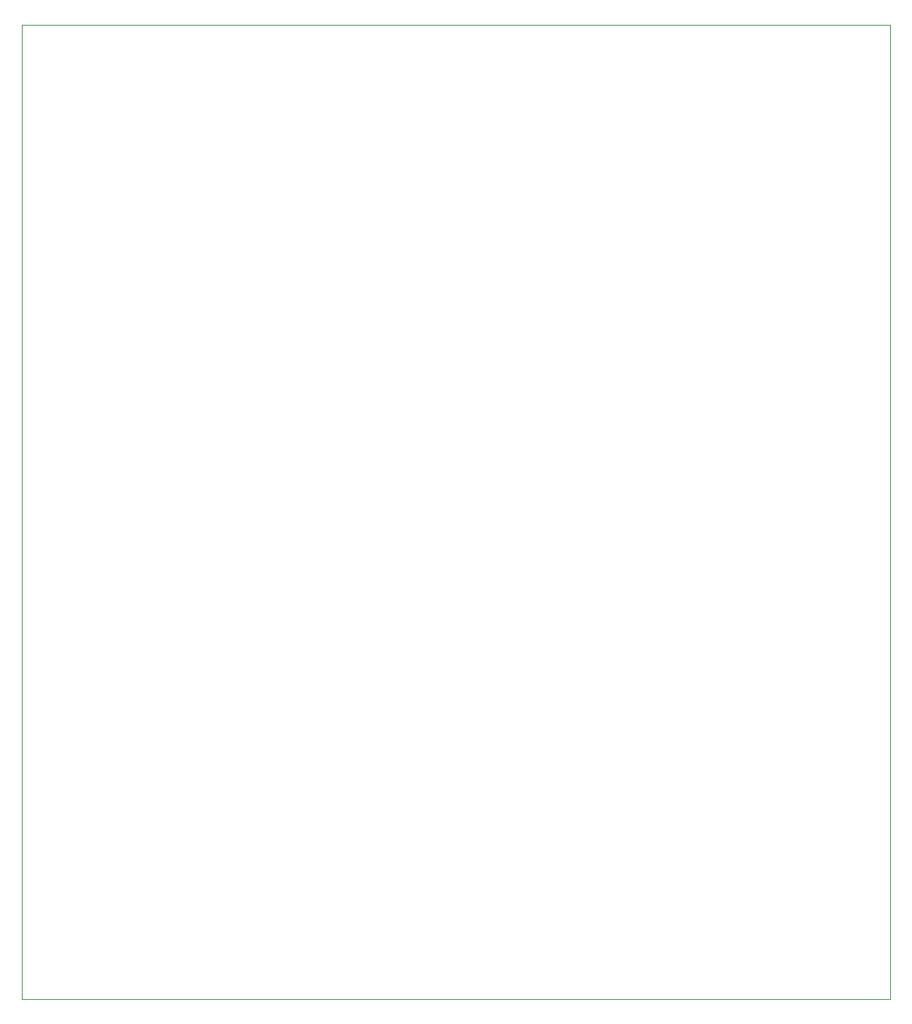
<source format=gbr>
%TF.GenerationSoftware,KiCad,Pcbnew,9.0.6*%
%TF.CreationDate,2025-11-29T00:05:12+05:00*%
%TF.ProjectId,_autosave-hackpad,5f617574-6f73-4617-9665-2d6861636b70,rev?*%
%TF.SameCoordinates,Original*%
%TF.FileFunction,Profile,NP*%
%FSLAX46Y46*%
G04 Gerber Fmt 4.6, Leading zero omitted, Abs format (unit mm)*
G04 Created by KiCad (PCBNEW 9.0.6) date 2025-11-29 00:05:12*
%MOMM*%
%LPD*%
G01*
G04 APERTURE LIST*
%TA.AperFunction,Profile*%
%ADD10C,0.050000*%
%TD*%
G04 APERTURE END LIST*
D10*
X88106250Y-45243750D02*
X185737500Y-45243750D01*
X185737500Y-154781250D01*
X88106250Y-154781250D01*
X88106250Y-45243750D01*
M02*

</source>
